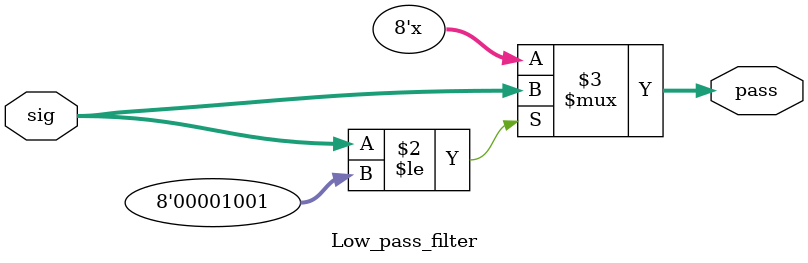
<source format=v>
module Low_pass_filter
(
input [7:0] sig,
output reg [7:0] pass
);

always @ *
	begin
		if (sig<=8'b00001001)
			pass <= sig;
	end
endmodule	
</source>
